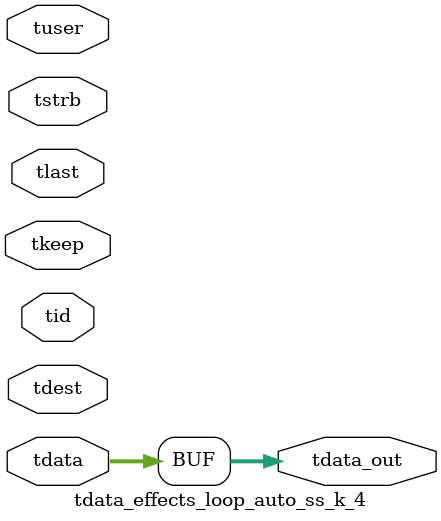
<source format=v>


`timescale 1ps/1ps

module tdata_effects_loop_auto_ss_k_4 #
(
parameter C_S_AXIS_TDATA_WIDTH = 32,
parameter C_S_AXIS_TUSER_WIDTH = 0,
parameter C_S_AXIS_TID_WIDTH   = 0,
parameter C_S_AXIS_TDEST_WIDTH = 0,
parameter C_M_AXIS_TDATA_WIDTH = 32
)
(
input  [(C_S_AXIS_TDATA_WIDTH == 0 ? 1 : C_S_AXIS_TDATA_WIDTH)-1:0     ] tdata,
input  [(C_S_AXIS_TUSER_WIDTH == 0 ? 1 : C_S_AXIS_TUSER_WIDTH)-1:0     ] tuser,
input  [(C_S_AXIS_TID_WIDTH   == 0 ? 1 : C_S_AXIS_TID_WIDTH)-1:0       ] tid,
input  [(C_S_AXIS_TDEST_WIDTH == 0 ? 1 : C_S_AXIS_TDEST_WIDTH)-1:0     ] tdest,
input  [(C_S_AXIS_TDATA_WIDTH/8)-1:0 ] tkeep,
input  [(C_S_AXIS_TDATA_WIDTH/8)-1:0 ] tstrb,
input                                                                    tlast,
output [C_M_AXIS_TDATA_WIDTH-1:0] tdata_out
);

assign tdata_out = {tdata[63:0]};

endmodule


</source>
